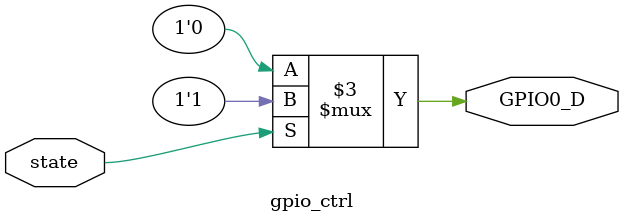
<source format=v>

module gpio_ctrl(
    input state,
    output reg GPIO0_D
);

always @* begin
    if(state)
        GPIO0_D <= 1'b1;
    else
        GPIO0_D <= 1'b0;
end

endmodule
</source>
